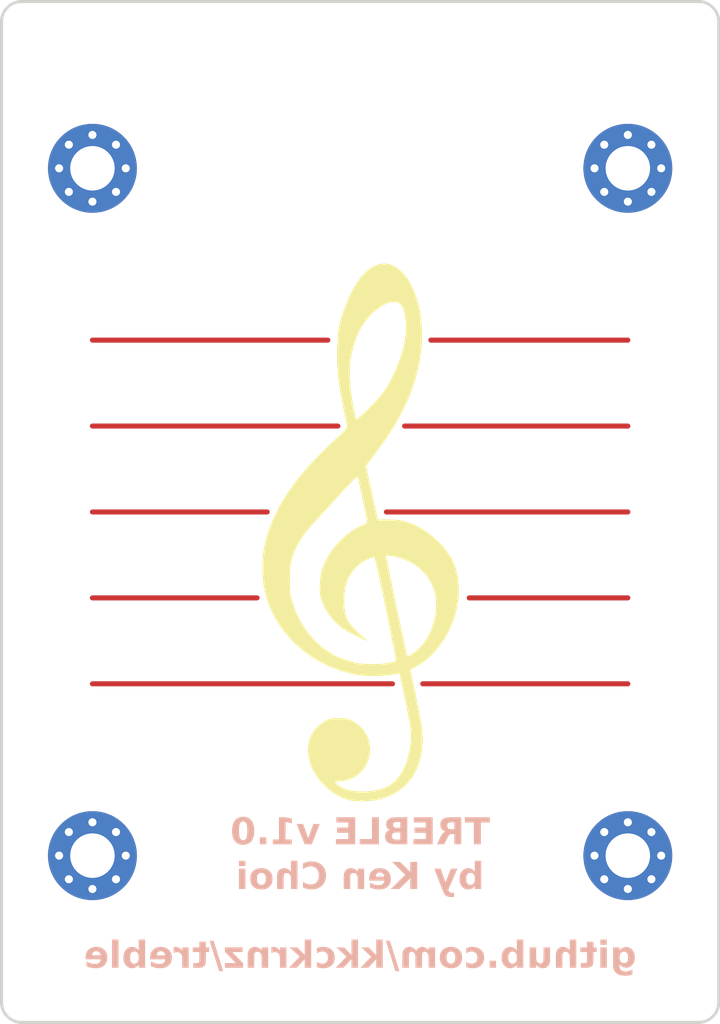
<source format=kicad_pcb>
(kicad_pcb (version 20240108) (generator "ergogen") (generator_version "4.1.0")
  (title_block (title "treble_cover_plate") (date "2024-09-01") (rev "1") (company "Ken Choi"))
  (layers (0 "F.Cu" signal) (31 "B.Cu" signal) (34 "B.Paste" user) (35 "F.Paste" user) (36 "B.SilkS" user "B.Silkscreen") (37 "F.SilkS" user "F.Silkscreen") (38 "B.Mask" user) (39 "F.Mask" user) (44 "Edge.Cuts" user))
  (net 0 "")
  (net 1 "H1_Hole")
  (net 2 "H2_Hole")
  (net 3 "H3_Hole")
  (net 4 "H4_Hole")
  (module "MountingHole_2.2mm_M2_Pad_Via" (layer "F.Cu") (at 193.75 145.75 0)
    (fp_text reference "H1" hide)
    (pad "" thru_hole circle locked (at 1.166726 1.166726) (size 0.7 0.7) (drill 0.4) (layers *.Cu *.Mask) (net 1 "H1_Hole"))
    (pad "" thru_hole circle locked (at 0 0) (size 4.4 4.4) (drill 2.2) (layers *.Cu *.Mask) (net 1 "H1_Hole"))
    (pad "" thru_hole circle locked (at 0 1.65) (size 0.7 0.7) (drill 0.4) (layers *.Cu *.Mask) (net 1 "H1_Hole"))
    (pad "" thru_hole circle locked (at 1.166726 -1.166726) (size 0.7 0.7) (drill 0.4) (layers *.Cu *.Mask) (net 1 "H1_Hole"))
    (pad "" thru_hole circle locked (at -1.65 0) (size 0.7 0.7) (drill 0.4) (layers *.Cu *.Mask) (net 1 "H1_Hole"))
    (pad "" thru_hole circle locked (at -1.166726 -1.166726) (size 0.7 0.7) (drill 0.4) (layers *.Cu *.Mask) (net 1 "H1_Hole"))
    (pad "" thru_hole circle locked (at -1.166726 1.166726) (size 0.7 0.7) (drill 0.4) (layers *.Cu *.Mask) (net 1 "H1_Hole"))
    (pad "" thru_hole circle locked (at 1.65 0) (size 0.7 0.7) (drill 0.4) (layers *.Cu *.Mask) (net 1 "H1_Hole"))
    (pad "" thru_hole circle locked (at 0 -1.65) (size 0.7 0.7) (drill 0.4) (layers *.Cu *.Mask) (net 1 "H1_Hole"))
  )
  (module "MountingHole_2.2mm_M2_Pad_Via" (layer "F.Cu") (at 193.75 111.75 0)
    (fp_text reference "H2" hide)
    (pad "" thru_hole circle locked (at 1.166726 1.166726) (size 0.7 0.7) (drill 0.4) (layers *.Cu *.Mask) (net 2 "H2_Hole"))
    (pad "" thru_hole circle locked (at 0 0) (size 4.4 4.4) (drill 2.2) (layers *.Cu *.Mask) (net 2 "H2_Hole"))
    (pad "" thru_hole circle locked (at 0 1.65) (size 0.7 0.7) (drill 0.4) (layers *.Cu *.Mask) (net 2 "H2_Hole"))
    (pad "" thru_hole circle locked (at 1.166726 -1.166726) (size 0.7 0.7) (drill 0.4) (layers *.Cu *.Mask) (net 2 "H2_Hole"))
    (pad "" thru_hole circle locked (at -1.65 0) (size 0.7 0.7) (drill 0.4) (layers *.Cu *.Mask) (net 2 "H2_Hole"))
    (pad "" thru_hole circle locked (at -1.166726 -1.166726) (size 0.7 0.7) (drill 0.4) (layers *.Cu *.Mask) (net 2 "H2_Hole"))
    (pad "" thru_hole circle locked (at -1.166726 1.166726) (size 0.7 0.7) (drill 0.4) (layers *.Cu *.Mask) (net 2 "H2_Hole"))
    (pad "" thru_hole circle locked (at 1.65 0) (size 0.7 0.7) (drill 0.4) (layers *.Cu *.Mask) (net 2 "H2_Hole"))
    (pad "" thru_hole circle locked (at 0 -1.65) (size 0.7 0.7) (drill 0.4) (layers *.Cu *.Mask) (net 2 "H2_Hole"))
  )
  (module "MountingHole_2.2mm_M2_Pad_Via" (layer "F.Cu") (at 220.25 145.75 0)
    (fp_text reference "H3" hide)
    (pad "" thru_hole circle locked (at 1.166726 1.166726) (size 0.7 0.7) (drill 0.4) (layers *.Cu *.Mask) (net 3 "H3_Hole"))
    (pad "" thru_hole circle locked (at 0 0) (size 4.4 4.4) (drill 2.2) (layers *.Cu *.Mask) (net 3 "H3_Hole"))
    (pad "" thru_hole circle locked (at 0 1.65) (size 0.7 0.7) (drill 0.4) (layers *.Cu *.Mask) (net 3 "H3_Hole"))
    (pad "" thru_hole circle locked (at 1.166726 -1.166726) (size 0.7 0.7) (drill 0.4) (layers *.Cu *.Mask) (net 3 "H3_Hole"))
    (pad "" thru_hole circle locked (at -1.65 0) (size 0.7 0.7) (drill 0.4) (layers *.Cu *.Mask) (net 3 "H3_Hole"))
    (pad "" thru_hole circle locked (at -1.166726 -1.166726) (size 0.7 0.7) (drill 0.4) (layers *.Cu *.Mask) (net 3 "H3_Hole"))
    (pad "" thru_hole circle locked (at -1.166726 1.166726) (size 0.7 0.7) (drill 0.4) (layers *.Cu *.Mask) (net 3 "H3_Hole"))
    (pad "" thru_hole circle locked (at 1.65 0) (size 0.7 0.7) (drill 0.4) (layers *.Cu *.Mask) (net 3 "H3_Hole"))
    (pad "" thru_hole circle locked (at 0 -1.65) (size 0.7 0.7) (drill 0.4) (layers *.Cu *.Mask) (net 3 "H3_Hole"))
  )
  (module "MountingHole_2.2mm_M2_Pad_Via" (layer "F.Cu") (at 220.25 111.75 0)
    (fp_text reference "H4" hide)
    (pad "" thru_hole circle locked (at 1.166726 1.166726) (size 0.7 0.7) (drill 0.4) (layers *.Cu *.Mask) (net 4 "H4_Hole"))
    (pad "" thru_hole circle locked (at 0 0) (size 4.4 4.4) (drill 2.2) (layers *.Cu *.Mask) (net 4 "H4_Hole"))
    (pad "" thru_hole circle locked (at 0 1.65) (size 0.7 0.7) (drill 0.4) (layers *.Cu *.Mask) (net 4 "H4_Hole"))
    (pad "" thru_hole circle locked (at 1.166726 -1.166726) (size 0.7 0.7) (drill 0.4) (layers *.Cu *.Mask) (net 4 "H4_Hole"))
    (pad "" thru_hole circle locked (at -1.65 0) (size 0.7 0.7) (drill 0.4) (layers *.Cu *.Mask) (net 4 "H4_Hole"))
    (pad "" thru_hole circle locked (at -1.166726 -1.166726) (size 0.7 0.7) (drill 0.4) (layers *.Cu *.Mask) (net 4 "H4_Hole"))
    (pad "" thru_hole circle locked (at -1.166726 1.166726) (size 0.7 0.7) (drill 0.4) (layers *.Cu *.Mask) (net 4 "H4_Hole"))
    (pad "" thru_hole circle locked (at 1.65 0) (size 0.7 0.7) (drill 0.4) (layers *.Cu *.Mask) (net 4 "H4_Hole"))
    (pad "" thru_hole circle locked (at 0 -1.65) (size 0.7 0.7) (drill 0.4) (layers *.Cu *.Mask) (net 4 "H4_Hole"))
  )
  (footprint "logo_treble" (layer "F.Cu") (at 207 128.75 0)
    (fp_text reference "TL1" hide)
    (fp_line (start -13.25 -8.5) (end -1.6 -8.5) (stroke (width 0.25)) (layer "F.Cu"))
    (fp_line (start -13.25 -4.25) (end -1.1 -4.25) (stroke (width 0.25)) (layer "F.Cu"))
    (fp_line (start -13.25 0) (end -4.6 0) (stroke (width 0.25)) (layer "F.Cu"))
    (fp_line (start -13.25 4.25) (end -5.1 4.25) (stroke (width 0.25)) (layer "F.Cu"))
    (fp_line (start -13.25 8.5) (end 1.6 8.5) (stroke (width 0.25)) (layer "F.Cu"))
    (fp_line (start 1.3 0) (end 13.25 0) (stroke (width 0.25)) (layer "F.Cu"))
    (fp_line (start 2.2 -4.25) (end 13.25 -4.25) (stroke (width 0.25)) (layer "F.Cu"))
    (fp_line (start 3.1 8.5) (end 13.25 8.5) (stroke (width 0.25)) (layer "F.Cu"))
    (fp_line (start 3.5 -8.5) (end 13.25 -8.5) (stroke (width 0.25)) (layer "F.Cu"))
    (fp_line (start 5.4 4.25) (end 13.25 4.25) (stroke (width 0.25)) (layer "F.Cu"))
    (fp_poly (pts (xy 1.488744 -12.251213) (xy 1.672989 -12.178316) (xy 1.948081 -11.998451) (xy 2.203369 -11.741774) (xy 2.433447 -11.415628) (xy 2.63291 -11.027357) (xy 2.757219 -10.70555) (xy 2.882705 -10.297637) (xy 2.97069 -9.914213) (xy 3.027503 -9.520496) (xy 3.059469 -9.0817) (xy 3.061627 -9.031933) (xy 3.05174 -8.25502) (xy 2.958244 -7.476018) (xy 2.780916 -6.694338) (xy 2.51953 -5.909392) (xy 2.173864 -5.120592) (xy 1.743693 -4.327351) (xy 1.228793 -3.52908) (xy 0.687626 -2.799328) (xy 0.55095 -2.622776) (xy 0.435694 -2.468392) (xy 0.351231 -2.349162) (xy 0.30693 -2.278075) (xy 0.302555 -2.265715) (xy 0.311732 -2.214875) (xy 0.337121 -2.091111) (xy 0.37649 -1.904858) (xy 0.427608 -1.666555) (xy 0.488242 -1.386639) (xy 0.556161 -1.075547) (xy 0.589483 -0.923725) (xy 0.875127 0.375575) (xy 1.344706 0.365593) (xy 1.786022 0.38081) (xy 2.189174 0.451129) (xy 2.585483 0.58353) (xy 2.838824 0.698536) (xy 3.221094 0.921966) (xy 3.596412 1.20573) (xy 3.946556 1.532401) (xy 4.253304 1.884554) (xy 4.498434 2.244764) (xy 4.546814 2.331878) (xy 4.730734 2.767915) (xy 4.845212 3.240675) (xy 4.892175 3.740021) (xy 4.87355 4.255815) (xy 4.791265 4.777921) (xy 4.647247 5.296202) (xy 4.443422 5.800519) (xy 4.181719 6.280736) (xy 3.864064 6.726715) (xy 3.668675 6.951096) (xy 3.368596 7.238408) (xy 3.044901 7.489333) (xy 2.723643 7.683995) (xy 2.678587 7.706478) (xy 2.54647 7.783086) (xy 2.494073 7.847522) (xy 2.494538 7.87085) (xy 2.524671 7.989723) (xy 2.567815 8.178086) (xy 2.621077 8.421703) (xy 2.681564 8.70634) (xy 2.746382 9.017761) (xy 2.812639 9.341732) (xy 2.877442 9.664017) (xy 2.937897 9.970381) (xy 2.991111 10.24659) (xy 3.034191 10.478407) (xy 3.064244 10.651599) (xy 3.07643 10.733927) (xy 3.105251 11.237129) (xy 3.073386 11.746487) (xy 2.988036 12.206663) (xy 2.826675 12.681574) (xy 2.601568 13.101391) (xy 2.316334 13.463472) (xy 1.974589 13.765179) (xy 1.579952 14.003872) (xy 1.136039 14.176912) (xy 0.64647 14.281659) (xy 0.114861 14.315474) (xy 0.097851 14.315361) (xy -0.114046 14.307877) (xy -0.322674 14.290992) (xy -0.493991 14.267786) (xy -0.545695 14.257123) (xy -0.945489 14.120828) (xy -1.32287 13.909274) (xy -1.685052 13.618158) (xy -1.794043 13.512425) (xy -2.086699 13.180343) (xy -2.306253 12.843278) (xy -2.46377 12.481919) (xy -2.542644 12.205882) (xy -2.592769 11.826056) (xy -2.565517 11.461632) (xy -2.465069 11.122169) (xy -2.295607 10.817224) (xy -2.061313 10.556356) (xy -1.76637 10.349122) (xy -1.719411 10.324393) (xy -1.595673 10.265798) (xy -1.487573 10.228972) (xy -1.368392 10.208961) (xy -1.211411 10.200809) (xy -1.045882 10.199496) (xy -0.845655 10.201292) (xy -0.704061 10.21042) (xy -0.594372 10.232488) (xy -0.489862 10.273103) (xy -0.363802 10.337873) (xy -0.349513 10.345607) (xy -0.050933 10.549211) (xy 0.181136 10.79296) (xy 0.348667 11.067093) (xy 0.453633 11.361848) (xy 0.498006 11.667463) (xy 0.48376 11.974177) (xy 0.412868 12.272228) (xy 0.287302 12.551855) (xy 0.109035 12.803296) (xy -0.11996 13.016788) (xy -0.39771 13.182572) (xy -0.722242 13.290884) (xy -0.951734 13.32538) (xy -1.241787 13.349845) (xy -1.128143 13.468463) (xy -0.938965 13.610449) (xy -0.687192 13.717349) (xy -0.388165 13.788937) (xy -0.057227 13.824988) (xy 0.29028 13.825274) (xy 0.639016 13.78957) (xy 0.973636 13.717651) (xy 1.278801 13.60929) (xy 1.474558 13.506796) (xy 1.736499 13.297624) (xy 1.968628 13.017231) (xy 2.16594 12.676092) (xy 2.323429 12.284678) (xy 2.436089 11.853465) (xy 2.498916 11.392927) (xy 2.501445 11.358002) (xy 2.509484 11.200524) (xy 2.510468 11.046273) (xy 2.502885 10.884486) (xy 2.485225 10.7044) (xy 2.455976 10.495254) (xy 2.413628 10.246284) (xy 2.35667 9.946728) (xy 2.283591 9.585824) (xy 2.19288 9.152809) (xy 2.189892 9.138693) (xy 1.947208 7.992513) (xy 1.795369 8.018811) (xy 1.204177 8.095924) (xy 0.628641 8.121797) (xy 0.086572 8.096378) (xy -0.380578 8.024806) (xy -1.046249 7.840076) (xy -1.68108 7.582073) (xy -2.277999 7.255872) (xy -2.829931 6.866548) (xy -3.329804 6.419176) (xy -3.770545 5.91883) (xy -4.145081 5.370586) (xy -4.19192 5.290141) (xy -4.469425 4.729835) (xy -4.667416 4.157383) (xy -4.789005 3.560973) (xy -4.805283 3.347899) (xy -3.474822 3.347899) (xy -3.470898 3.635851) (xy -3.461087 3.859599) (xy -3.443408 4.040226) (xy -3.41588 4.198819) (xy -3.38184 4.337237) (xy -3.184066 4.916459) (xy -2.921336 5.454376) (xy -2.59895 5.94419) (xy -2.222205 6.379104) (xy -1.796401 6.752321) (xy -1.326835 7.057044) (xy -1.216638 7.114996) (xy -1.022434 7.200398) (xy -0.776327 7.290777) (xy -0.510409 7.37579) (xy -0.256771 7.445095) (xy -0.068616 7.484976) (xy 0.170776 7.511581) (xy 0.462372 7.523846) (xy 0.774272 7.522141) (xy 1.07458 7.50684) (xy 1.331398 7.478316) (xy 1.391655 7.467918) (xy 1.553616 7.432992) (xy 1.683461 7.397716) (xy 1.757715 7.36865) (xy 1.764219 7.363781) (xy 1.761631 7.317446) (xy 1.742942 7.196457) (xy 1.709962 7.009639) (xy 1.664503 6.765814) (xy 1.608376 6.473807) (xy 1.543392 6.142443) (xy 1.471362 5.780545) (xy 1.394098 5.396937) (xy 1.313409 5.000443) (xy 1.231108 4.599888) (xy 1.149006 4.204095) (xy 1.068913 3.821889) (xy 0.992641 3.462093) (xy 0.922001 3.133531) (xy 0.858805 2.845028) (xy 0.804862 2.605407) (xy 0.761984 2.423493) (xy 0.731983 2.308109) (xy 0.718739 2.270056) (xy 0.662389 2.254006) (xy 0.550925 2.278144) (xy 0.400801 2.3361) (xy 0.228468 2.421502) (xy 0.05038 2.527981) (xy 0.047213 2.530058) (xy -0.168577 2.708648) (xy -0.37247 2.943871) (xy -0.542589 3.207567) (xy -0.635535 3.4089) (xy -0.721726 3.709229) (xy -0.773652 4.04332) (xy -0.791581 4.389999) (xy -0.775777 4.728093) (xy -0.726506 5.036432) (xy -0.644034 5.29384) (xy -0.611049 5.361307) (xy -0.522169 5.491591) (xy -0.382333 5.657968) (xy -0.20762 5.843656) (xy -0.014111 6.031873) (xy 0.182116 6.205837) (xy 0.256135 6.266376) (xy 0.341553 6.337074) (xy 0.363058 6.366433) (xy 0.325183 6.36415) (xy 0.298824 6.357693) (xy 0.166543 6.311429) (xy -0.016759 6.231422) (xy -0.229403 6.128698) (xy -0.449711 6.014281) (xy -0.656003 5.899197) (xy -0.826602 5.79447) (xy -0.878814 5.75879) (xy -1.224549 5.468674) (xy -1.519128 5.132996) (xy -1.752736 4.765878) (xy -1.915554 4.381443) (xy -1.965558 4.195472) (xy -1.999043 3.935402) (xy -2.002765 3.6278) (xy -1.978929 3.304302) (xy -1.92974 2.996541) (xy -1.865381 2.75848) (xy -1.687791 2.351944) (xy -1.577453 2.170871) (xy 1.290866 2.170871) (xy 1.296336 2.214337) (xy 1.317943 2.332341) (xy 1.353806 2.515967) (xy 1.402045 2.756298) (xy 1.460782 3.044416) (xy 1.528136 3.371406) (xy 1.60223 3.728349) (xy 1.681182 4.106329) (xy 1.763113 4.496428) (xy 1.846145 4.889731) (xy 1.928397 5.277319) (xy 2.00799 5.650275) (xy 2.083045 5.999683) (xy 2.151682 6.316626) (xy 2.212022 6.592187) (xy 2.262185 6.817448) (xy 2.300292 6.983493) (xy 2.324463 7.081404) (xy 2.329469 7.09849) (xy 2.350932 7.123905) (xy 2.396317 7.118241) (xy 2.476137 7.075877) (xy 2.600908 6.991193) (xy 2.781143 6.858568) (xy 2.788301 6.853201) (xy 3.052912 6.605428) (xy 3.282738 6.292791) (xy 3.473074 5.93033) (xy 3.619219 5.533084) (xy 3.716468 5.116093) (xy 3.760119 4.694397) (xy 3.745467 4.283034) (xy 3.689011 3.973052) (xy 3.542764 3.571948) (xy 3.324445 3.20703) (xy 3.042323 2.885593) (xy 2.704665 2.61493) (xy 2.319741 2.402335) (xy 1.895818 2.255102) (xy 1.69228 2.211725) (xy 1.522492 2.185391) (xy 1.386509 2.16986) (xy 1.304695 2.167206) (xy 1.290866 2.170871) (xy -1.577453 2.170871) (xy -1.446037 1.955207) (xy -1.152669 1.581425) (xy -0.820235 1.243754) (xy -0.461285 0.955349) (xy -0.088368 0.729367) (xy 0.181429 0.612805) (xy 0.298084 0.552619) (xy 0.341465 0.484521) (xy 0.341513 0.482219) (xy 0.332774 0.417619) (xy 0.308565 0.283953) (xy 0.271897 0.09551) (xy 0.225781 -0.133423) (xy 0.173229 -0.388557) (xy 0.117251 -0.655605) (xy 0.060859 -0.920278) (xy 0.007063 -1.168289) (xy -0.041123 -1.385348) (xy -0.080691 -1.557169) (xy -0.108627 -1.669463) (xy -0.119246 -1.704062) (xy -0.138437 -1.721058) (xy -0.175931 -1.70904) (xy -0.23846 -1.661828) (xy -0.332756 -1.573244) (xy -0.465552 -1.437105) (xy -0.64358 -1.247234) (xy -0.791079 -1.087357) (xy -1.027257 -0.830411) (xy -1.290242 -0.544423) (xy -1.558305 -0.253013) (xy -1.809721 0.020201) (xy -2.002235 0.22931) (xy -2.27542 0.529477) (xy -2.496801 0.781798) (xy -2.675514 0.998221) (xy -2.820697 1.190696) (xy -2.941484 1.371174) (xy -3.047014 1.551604) (xy -3.120687 1.692184) (xy -3.255329 1.979377) (xy -3.352837 2.241433) (xy -3.418287 2.502079) (xy -3.456755 2.78504) (xy -3.473313 3.114044) (xy -3.474822 3.347899) (xy -4.805283 3.347899) (xy -4.837302 2.928795) (xy -4.838397 2.83563) (xy -4.827566 2.374343) (xy -4.787323 1.958318) (xy -4.712276 1.554227) (xy -4.597032 1.128742) (xy -4.526861 0.910134) (xy -4.287632 0.294864) (xy -3.980434 -0.319558) (xy -3.602797 -0.936517) (xy -3.152252 -1.559401) (xy -2.626329 -2.191597) (xy -2.02256 -2.836491) (xy -1.338474 -3.497471) (xy -1.262119 -3.567731) (xy -1.047497 -3.765235) (xy -0.88854 -3.914793) (xy -0.7774 -4.025517) (xy -0.706231 -4.106522) (xy -0.667187 -4.16692) (xy -0.652421 -4.215827) (xy -0.654086 -4.262354) (xy -0.655688 -4.272101) (xy -0.671097 -4.352851) (xy -0.700626 -4.501979) (xy -0.741212 -4.704233) (xy -0.789793 -4.944358) (xy -0.843307 -5.207102) (xy -0.84852 -5.232605) (xy -0.94488 -5.720658) (xy -1.020029 -6.144427) (xy -1.075818 -6.521832) (xy -1.087322 -6.626706) (xy -0.509297 -6.626706) (xy -0.463809 -6.025372) (xy -0.368781 -5.383684) (xy -0.298547 -5.030577) (xy -0.26168 -4.857643) (xy -0.232862 -4.718289) (xy -0.216088 -4.632057) (xy -0.213445 -4.614358) (xy -0.197919 -4.591097) (xy -0.147753 -4.611043) (xy -0.057566 -4.678436) (xy 0.078023 -4.797512) (xy 0.264394 -4.972508) (xy 0.367354 -5.071686) (xy 0.562663 -5.267058) (xy 0.759567 -5.474744) (xy 0.938805 -5.673735) (xy 1.081117 -5.843023) (xy 1.117798 -5.890252) (xy 1.346054 -6.231558) (xy 1.568357 -6.635191) (xy 1.774811 -7.078193) (xy 1.955516 -7.537604) (xy 2.100575 -7.990466) (xy 2.195758 -8.390595) (xy 2.244772 -8.744259) (xy 2.261797 -9.103008) (xy 2.248187 -9.44871) (xy 2.205299 -9.763233) (xy 2.134488 -10.028449) (xy 2.061352 -10.188394) (xy 1.942005 -10.317514) (xy 1.782616 -10.380858) (xy 1.59125 -10.383183) (xy 1.375972 -10.329248) (xy 1.144849 -10.223809) (xy 0.905945 -10.071626) (xy 0.667327 -9.877456) (xy 0.437059 -9.646056) (xy 0.223207 -9.382185) (xy 0.033836 -9.0906) (xy -0.043802 -8.946555) (xy -0.148852 -8.707928) (xy -0.253973 -8.41628) (xy -0.349065 -8.103361) (xy -0.424031 -7.800921) (xy -0.449521 -7.670963) (xy -0.504713 -7.178349) (xy -0.509297 -6.626706) (xy -1.087322 -6.626706) (xy -1.114097 -6.870795) (xy -1.136716 -7.209234) (xy -1.145527 -7.555072) (xy -1.142379 -7.926229) (xy -1.139287 -8.048431) (xy -1.126448 -8.406847) (xy -1.108256 -8.70154) (xy -1.081142 -8.954145) (xy -1.041538 -9.186298) (xy -0.985876 -9.419637) (xy -0.910588 -9.675795) (xy -0.830255 -9.922385) (xy -0.627724 -10.463623) (xy -0.405366 -10.939687) (xy -0.16577 -11.348245) (xy 0.088473 -11.68696) (xy 0.354774 -11.9535) (xy 0.630542 -12.145529) (xy 0.913186 -12.260714) (xy 1.200117 -12.29672)) (fill solid) (layer "F.SilkS"))
  )
  (gr_text "TREBLE v1.0\nby Ken Choi" (at 207 145.75 0) (layer "B.SilkS") (effects (font (size 1.315 1.315) (thickness 0.15) (bold yes)) (justify mirror)))
  (gr_text "github.com/kkckrnz/treble" (at 207 150.75 0) (layer "B.SilkS") (effects (font (size 1.315 1.315) (thickness 0.15) (bold yes)) (justify mirror)))
  (gr_line (start 190.25 154) (end 223.75 154) (layer Edge.Cuts) (stroke (width 0.15)))
  (gr_line (start 224.75 153) (end 224.75 104.5) (layer Edge.Cuts) (stroke (width 0.15)))
  (gr_line (start 223.75 103.5) (end 190.25 103.5) (layer Edge.Cuts) (stroke (width 0.15)))
  (gr_line (start 189.25 104.5) (end 189.25 153) (layer Edge.Cuts) (stroke (width 0.15)))
  (gr_arc (start 223.75 154) (mid 224.4571068 153.7071068) (end 224.75 153) (layer Edge.Cuts) (stroke (width 0.15)))
  (gr_arc (start 224.75 104.5) (mid 224.4571068 103.7928932) (end 223.75 103.5) (layer Edge.Cuts) (stroke (width 0.15)))
  (gr_arc (start 190.25 103.5) (mid 189.5428932 103.7928932) (end 189.25 104.5) (layer Edge.Cuts) (stroke (width 0.15)))
  (gr_arc (start 189.25 153) (mid 189.5428932 153.7071068) (end 190.25 154) (layer Edge.Cuts) (stroke (width 0.15)))
)
</source>
